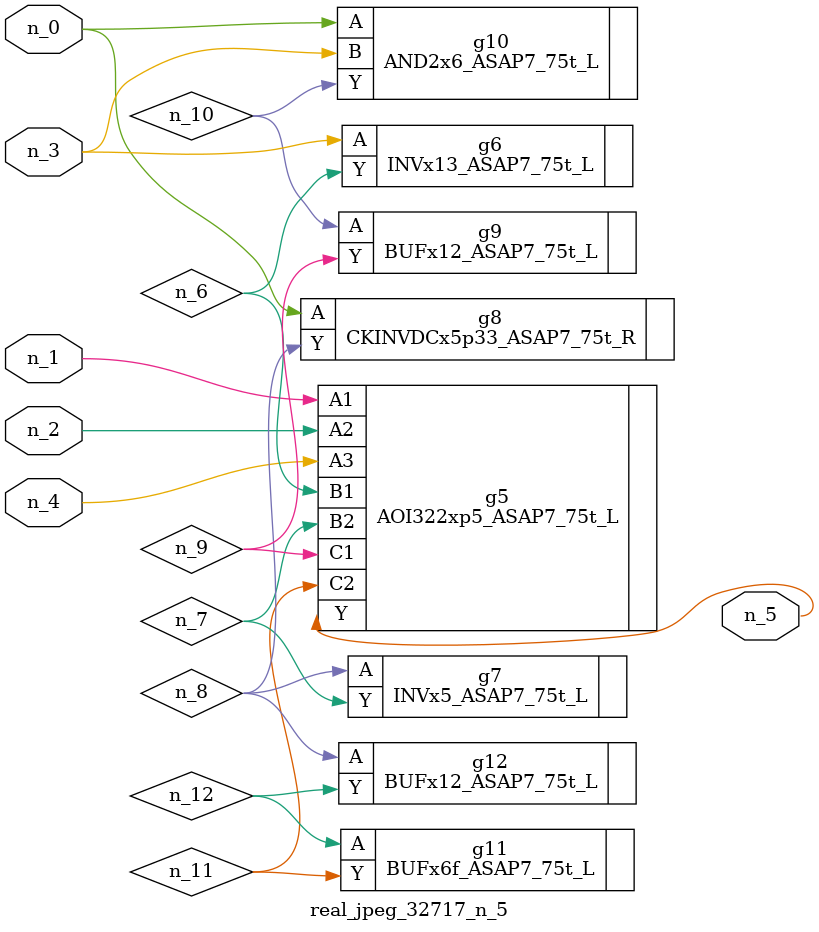
<source format=v>
module real_jpeg_32717_n_5 (n_4, n_0, n_1, n_2, n_3, n_5);

input n_4;
input n_0;
input n_1;
input n_2;
input n_3;

output n_5;

wire n_12;
wire n_8;
wire n_11;
wire n_6;
wire n_7;
wire n_10;
wire n_9;

CKINVDCx5p33_ASAP7_75t_R g8 ( 
.A(n_0),
.Y(n_8)
);

AND2x6_ASAP7_75t_L g10 ( 
.A(n_0),
.B(n_3),
.Y(n_10)
);

AOI322xp5_ASAP7_75t_L g5 ( 
.A1(n_1),
.A2(n_2),
.A3(n_4),
.B1(n_6),
.B2(n_7),
.C1(n_9),
.C2(n_11),
.Y(n_5)
);

INVx13_ASAP7_75t_L g6 ( 
.A(n_3),
.Y(n_6)
);

INVx5_ASAP7_75t_L g7 ( 
.A(n_8),
.Y(n_7)
);

BUFx12_ASAP7_75t_L g12 ( 
.A(n_8),
.Y(n_12)
);

BUFx12_ASAP7_75t_L g9 ( 
.A(n_10),
.Y(n_9)
);

BUFx6f_ASAP7_75t_L g11 ( 
.A(n_12),
.Y(n_11)
);


endmodule
</source>
